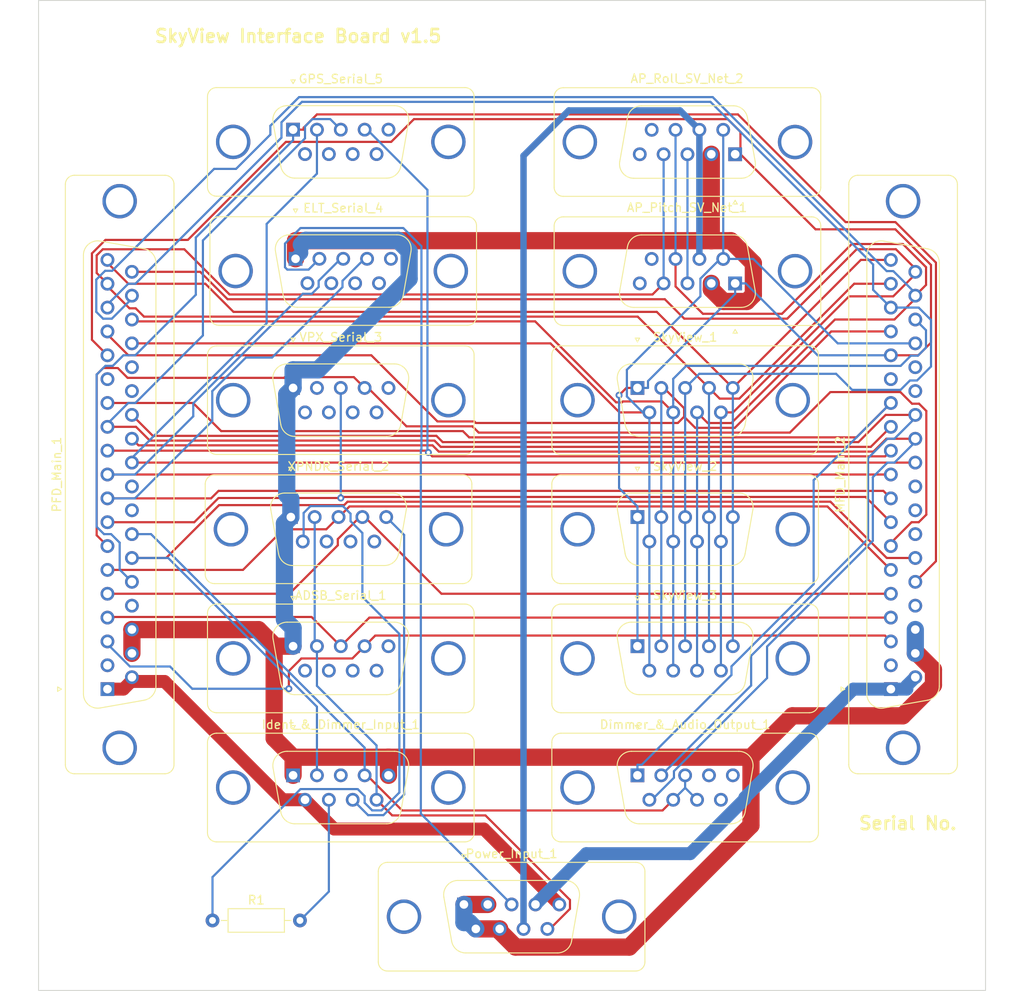
<source format=kicad_pcb>
(kicad_pcb (version 20221018) (generator pcbnew)
  (title_block (title "Skyview Interface Board") (date "2024-02-19") (rev "v1.5"))
  (layers (0 "F.Cu" signal) (31 "B.Cu" signal) (34 "B.Paste" user) (35 "F.Paste" user) (36 "B.SilkS" user "B.Silkscreen") (37 "F.SilkS" user "F.Silkscreen") (38 "B.Mask" user) (39 "F.Mask" user) (44 "Edge.Cuts" user))
  (net 0 "")
  (net 1 "/Dimmer_Signal_Input")
  (net 2 "/AP_Disengage (Unused)")
  (net 3 "/R_Audio_Out_1")
  (net 4 "/L_Audio_Out_1")
  (net 5 "/Audio_Out_GND")
  (net 6 "/ADSB_Serial_1_Rx")
  (net 7 "/ADSB_Serial_1_Tx")
  (net 8 "/XPNDR_Serial_2_Rx")
  (net 9 "/XPNDR_Serial_2_Tx")
  (net 10 "/VPX_Serial_3_Rx")
  (net 11 "/VPX_Serial_3_Tx")
  (net 12 "/ELT_Serial_4_Rx")
  (net 13 "/ELT_Serial_4_Tx")
  (net 14 "/GPS_Power")
  (net 15 "/GPS_Serial_5_Tx")
  (net 16 "/SV_Data_1A")
  (net 17 "/SV_GND_1")
  (net 18 "/SV_GND_2")
  (net 19 "/SV_Data_2B")
  (net 20 "/SV_EMS_Aux")
  (net 21 "/GPS_GND")
  (net 22 "/GPS_Serial_5_Rx")
  (net 23 "/SV_Data_1B")
  (net 24 "/SV_Power_1")
  (net 25 "/SV_Data_2A")
  (net 26 "/SV_Power_2")
  (net 27 "/MFD_12V")
  (net 28 "GND")
  (net 29 "/SV-Net_AP_12V")
  (net 30 "/ELT_12V")
  (net 31 "/Ident_SW_Input")
  (net 32 "/PFD_&_Dim_12V")
  (net 38 "/Dimmer_Output_Signal")
  (net 76 "/GPS_Serial_Input_to_XPNDR_to_R")
  (net 82 "/ADSB_XPNDR_IDENT_12V")
  (net 98 "/GPS_Serial_Input_to_XPNDR_from_R")
  (footprint "Resistor_THT:R_Axial_DIN0207_L6.3mm_D2.5mm_P10.16mm_Horizontal" (layer "F.Cu") (at 132.2201 118.5091)
    (fp_text reference "R1")
    (fp_text value "1.12k")
  )
  (footprint "Connector_Dsub:DSUB-9_Male_Vertical_P2.77x2.84mm_MountingHoles" (layer "F.Cu") (at 161.4241 116.6491)
    (fp_text reference "Power_Input_1")
    (fp_text value "DE9_Plug_MountingHoles")
  )
  (footprint "Connector_Dsub:DSUB-9_Male_Vertical_P2.77x2.84mm_MountingHoles" (layer "F.Cu") (at 192.9321 29.5051 180)
    (fp_text reference "AP_Roll_SV_Net_2")
    (fp_text value "DE9_Plug_MountingHoles")
  )
  (footprint "MountingHole:MountingHole_3.2mm_M3" (layer "F.Cu") (at 217.0181 121.6371)
    (fp_text reference "MountingHole_3" hide)
    (fp_text value "MountingHole_3.2mm_M3")
  )
  (footprint "Connector_Dsub:DSUB-9_Male_Vertical_P2.77x2.84mm_MountingHoles" (layer "F.Cu") (at 141.3211 71.6491)
    (fp_text reference "XPNDR_Serial_2")
    (fp_text value "DE9_Plug_MountingHoles")
  )
  (footprint "MountingHole:MountingHole_3.2mm_M3" (layer "F.Cu") (at 117.0181 16.6371)
    (fp_text reference "MountingHole_1" hide)
    (fp_text value "MountingHole_3.2mm_M3")
  )
  (footprint "Connector_Dsub:DSUB-9_Male_Vertical_P2.77x2.84mm_MountingHoles" (layer "F.Cu") (at 181.582 71.6491)
    (fp_text reference "SkyView_2")
    (fp_text value "DE9_Plug_MountingHoles")
  )
  (footprint "Connector_Dsub:DSUB-9_Male_Vertical_P2.77x2.84mm_MountingHoles" (layer "F.Cu") (at 192.9321 44.5052 180)
    (fp_text reference "AP_Pitch_SV_Net_1")
    (fp_text value "DE9_Plug_MountingHoles")
  )
  (footprint "Connector_Dsub:DSUB-9_Male_Vertical_P2.77x2.84mm_MountingHoles" (layer "F.Cu") (at 181.582 101.6491)
    (fp_text reference "Dimmer_&_Audio_Output_1")
    (fp_text value "DE9_Plug_MountingHoles")
  )
  (footprint "MountingHole:MountingHole_3.2mm_M3" (layer "F.Cu") (at 217.0181 16.6371)
    (fp_text reference "MountingHole_4" hide)
    (fp_text value "MountingHole_3.2mm_M3")
  )
  (footprint "Connector_Dsub:DSUB-37_Male_Vertical_P2.77x2.84mm_MountingHoles" (layer "F.Cu") (at 211.0181 91.6371 90)
    (fp_text reference "MFD_Main_2")
    (fp_text value "DC37_Plug_MountingHoles")
  )
  (footprint "Connector_Dsub:DSUB-37_Male_Vertical_P2.77x2.84mm_MountingHoles" (layer "F.Cu") (at 120.0181 91.6371 90)
    (fp_text reference "PFD_Main_1")
    (fp_text value "DC37_Plug_MountingHoles")
  )
  (footprint "Connector_Dsub:DSUB-9_Male_Vertical_P2.77x2.84mm_MountingHoles" (layer "F.Cu") (at 181.582 86.6491)
    (fp_text reference "SkyView_3")
    (fp_text value "DE9_Plug_MountingHoles")
  )
  (footprint "Connector_Dsub:DSUB-9_Male_Vertical_P2.77x2.84mm_MountingHoles" (layer "F.Cu") (at 141.582 86.6491)
    (fp_text reference "ADSB_Serial_1")
    (fp_text value "DE9_Plug_MountingHoles")
  )
  (footprint "MountingHole:MountingHole_3.2mm_M3" (layer "F.Cu") (at 117.0181 121.6371)
    (fp_text reference "MountingHole_2" hide)
    (fp_text value "MountingHole_3.2mm_M3")
  )
  (footprint "Connector_Dsub:DSUB-9_Male_Vertical_P2.77x2.84mm_MountingHoles" (layer "F.Cu") (at 141.8661 41.6491)
    (fp_text reference "ELT_Serial_4")
    (fp_text value "DE9_Plug_MountingHoles")
  )
  (footprint "Connector_Dsub:DSUB-9_Male_Vertical_P2.77x2.84mm_MountingHoles" (layer "F.Cu") (at 141.582 26.6491)
    (fp_text reference "GPS_Serial_5")
    (fp_text value "DE9_Plug_MountingHoles")
  )
  (footprint "Connector_Dsub:DSUB-9_Male_Vertical_P2.77x2.84mm_MountingHoles" (layer "F.Cu") (at 141.582 101.6491)
    (fp_text reference "Ident_&_Dimmer_Input_1")
    (fp_text value "DE9_Plug_MountingHoles")
  )
  (footprint "Connector_Dsub:DSUB-9_Male_Vertical_P2.77x2.84mm_MountingHoles" (layer "F.Cu") (at 181.582 56.6491)
    (fp_text reference "SkyView_1")
    (fp_text value "DE9_Plug_MountingHoles")
  )
  (footprint "Connector_Dsub:DSUB-9_Male_Vertical_P2.77x2.84mm_MountingHoles" (layer "F.Cu") (at 141.582 56.6491)
    (fp_text reference "VPX_Serial_3")
    (fp_text value "DE9_Plug_MountingHoles")
  )
  (gr_rect (start 112.018095 11.637149) (end 222.018095 126.637149) (stroke (width 0.1)) (fill none) (layer "Edge.Cuts"))
  (gr_text "Serial No." (at 207.150095 108.095149) (layer "F.SilkS") (effects (font (size 1.5 1.5) (thickness 0.3) bold) (justify left bottom)))
  (gr_text "SkyView Interface Board v1.5" (at 125.362095 16.655149) (layer "F.SilkS") (effects (font (size 1.5 1.5) (thickness 0.3) bold) (justify left bottom)))
  (segment (start 147.505 70.2625) (end 147.9027 69.8648) (width 0.25) (layer "F.Cu") (net 1))
  (segment (start 126.8385 76.4021) (end 132.9781 70.2625) (width 0.25) (layer "F.Cu") (net 1))
  (segment (start 147.9027 69.8648) (end 204.0034 69.8648) (width 0.25) (layer "F.Cu") (net 1))
  (segment (start 132.9781 70.2625) (end 147.505 70.2625) (width 0.25) (layer "F.Cu") (net 1))
  (segment (start 122.8581 76.4021) (end 126.8385 76.4021) (width 0.25) (layer "F.Cu") (net 1))
  (segment (start 204.0034 69.8648) (end 210.5407 76.4021) (width 0.25) (layer "F.Cu") (net 1))
  (segment (start 210.5407 76.4021) (end 213.8581 76.4021) (width 0.25) (layer "F.Cu") (net 1))
  (segment (start 144.352 93.6831) (end 144.352 101.6491) (width 0.25) (layer "B.Cu") (net 1))
  (segment (start 122.8581 76.4021) (end 127.071 76.4021) (width 0.25) (layer "B.Cu") (net 1))
  (segment (start 127.071 76.4021) (end 144.352 93.6831) (width 0.25) (layer "B.Cu") (net 1))
  (segment (start 187.3921 44.5052) (end 187.3921 29.5051) (width 0.25) (layer "B.Cu") (net 2))
  (segment (start 207.2547 62.9412) (end 210.4138 59.7821) (width 0.25) (layer "F.Cu") (net 3))
  (segment (start 158.2338 62.215) (end 158.96 62.9412) (width 0.25) (layer "F.Cu") (net 3))
  (segment (start 125.291 62.215) (end 158.2338 62.215) (width 0.25) (layer "F.Cu") (net 3))
  (segment (start 122.8581 59.7821) (end 125.291 62.215) (width 0.25) (layer "F.Cu") (net 3))
  (segment (start 158.96 62.9412) (end 207.2547 62.9412) (width 0.25) (layer "F.Cu") (net 3))
  (segment (start 210.4138 59.7821) (end 213.8581 59.7821) (width 0.25) (layer "F.Cu") (net 3))
  (segment (start 208.3737 74.1786) (end 194.7884 87.7639) (width 0.25) (layer "B.Cu") (net 3))
  (segment (start 211.4321 62.5521) (end 210.6175 62.5521) (width 0.25) (layer "B.Cu") (net 3))
  (segment (start 213.8581 60.1261) (end 211.4321 62.5521) (width 0.25) (layer "B.Cu") (net 3))
  (segment (start 194.7884 91.2127) (end 184.352 101.6491) (width 0.25) (layer "B.Cu") (net 3))
  (segment (start 208.3737 64.7959) (end 208.3737 74.1786) (width 0.25) (layer "B.Cu") (net 3))
  (segment (start 213.8581 59.7821) (end 213.8581 60.1261) (width 0.25) (layer "B.Cu") (net 3))
  (segment (start 194.7884 87.7639) (end 194.7884 91.2127) (width 0.25) (layer "B.Cu") (net 3))
  (segment (start 210.6175 62.5521) (end 208.3737 64.7959) (width 0.25) (layer "B.Cu") (net 3))
  (segment (start 207.0259 62.3893) (end 211.0181 58.3971) (width 0.25) (layer "F.Cu") (net 4))
  (segment (start 129.9617 58.3971) (end 133.2276 61.663) (width 0.25) (layer "F.Cu") (net 4))
  (segment (start 133.2276 61.663) (end 161.3058 61.663) (width 0.25) (layer "F.Cu") (net 4))
  (segment (start 120.0181 58.3971) (end 129.9617 58.3971) (width 0.25) (layer "F.Cu") (net 4))
  (segment (start 161.3058 61.663) (end 162.0321 62.3893) (width 0.25) (layer "F.Cu") (net 4))
  (segment (start 162.0321 62.3893) (end 207.0259 62.3893) (width 0.25) (layer "F.Cu") (net 4))
  (segment (start 202.0489 67.3663) (end 202.0489 79.4478) (width 0.25) (layer "B.Cu") (net 4))
  (segment (start 192.5039 89.9973) (end 182.079 100.4222) (width 0.25) (layer "B.Cu") (net 4))
  (segment (start 192.5039 88.9928) (end 192.5039 89.9973) (width 0.25) (layer "B.Cu") (net 4))
  (segment (start 182.079 100.4222) (end 181.582 100.4222) (width 0.25) (layer "B.Cu") (net 4))
  (segment (start 202.0489 79.4478) (end 192.5039 88.9928) (width 0.25) (layer "B.Cu") (net 4))
  (segment (start 211.0181 58.3971) (end 202.0489 67.3663) (width 0.25) (layer "B.Cu") (net 4))
  (segment (start 181.582 101.6491) (end 181.582 100.4222) (width 0.25) (layer "B.Cu") (net 4))
  (segment (start 210.4889 62.5521) (end 213.8581 62.5521) (width 0.25) (layer "F.Cu") (net 5))
  (segment (start 158.5026 64.045) (end 208.996 64.045) (width 0.25) (layer "F.Cu") (net 5))
  (segment (start 208.996 64.045) (end 210.4889 62.5521) (width 0.25) (layer "F.Cu") (net 5))
  (segment (start 122.8581 62.5521) (end 123.6248 63.3188) (width 0.25) (layer "F.Cu") (net 5))
  (segment (start 123.6248 63.3188) (end 157.7764 63.3188) (width 0.25) (layer "F.Cu") (net 5))
  (segment (start 157.7764 63.3188) (end 158.5026 64.045) (width 0.25) (layer "F.Cu") (net 5))
  (segment (start 208.9256 74.4074) (end 208.9256 67.0158) (width 0.25) (layer "B.Cu") (net 5))
  (segment (start 183.2653 104.4891) (end 185.8221 101.9323) (width 0.25) (layer "B.Cu") (net 5))
  (segment (start 211.446 65.3221) (end 213.8581 62.91) (width 0.25) (layer "B.Cu") (net 5))
  (segment (start 182.967 104.4891) (end 183.2653 104.4891) (width 0.25) (layer "B.Cu") (net 5))
  (segment (start 213.8581 62.91) (end 213.8581 62.5521) (width 0.25) (layer "B.Cu") (net 5))
  (segment (start 185.8221 101.1675) (end 196.6379 90.3517) (width 0.25) (layer "B.Cu") (net 5))
  (segment (start 196.6379 90.3517) (end 196.6379 86.6951) (width 0.25) (layer "B.Cu") (net 5))
  (segment (start 210.6193 65.3221) (end 211.446 65.3221) (width 0.25) (layer "B.Cu") (net 5))
  (segment (start 208.9256 67.0158) (end 210.6193 65.3221) (width 0.25) (layer "B.Cu") (net 5))
  (segment (start 196.6379 86.6951) (end 208.9256 74.4074) (width 0.25) (layer "B.Cu") (net 5))
  (segment (start 185.8221 101.9323) (end 185.8221 101.1675) (width 0.25) (layer "B.Cu") (net 5))
  (segment (start 149.892 86.6491) (end 148.4666 88.0745) (width 0.25) (layer "F.Cu") (net 6))
  (segment (start 148.4666 88.0745) (end 142.5436 88.0745) (width 0.25) (layer "F.Cu") (net 6))
  (segment (start 141.0905 89.5276) (end 141.0905 91.5935) (width 0.25) (layer "F.Cu") (net 6))
  (segment (start 142.5436 88.0745) (end 141.0905 89.5276) (width 0.25) (layer "F.Cu") (net 6))
  (segment (start 211.0181 86.0971) (end 210.3344 85.4134) (width 0.25) (layer "F.Cu") (net 6))
  (segment (start 151.1277 85.4134) (end 149.892 86.6491) (width 0.25) (layer "F.Cu") (net 6))
  (segment (start 210.3344 85.4134) (end 151.1277 85.4134) (width 0.25) (layer "F.Cu") (net 6))
  (via (at 141.0905 91.5935) (size 0.8) (drill 0.4) (layers "F.Cu" "B.Cu") (net 6))
  (segment (start 122.6323 89.0085) (end 127.2839 89.0085) (width 0.25) (layer "B.Cu") (net 6))
  (segment (start 120.0181 86.3943) (end 122.6323 89.0085) (width 0.25) (layer "B.Cu") (net 6))
  (segment (start 120.0181 86.0971) (end 120.0181 86.3943) (width 0.25) (layer "B.Cu") (net 6))
  (segment (start 127.2839 89.0085) (end 129.8689 91.5935) (width 0.25) (layer "B.Cu") (net 6))
  (segment (start 129.8689 91.5935) (end 141.0905 91.5935) (width 0.25) (layer "B.Cu") (net 6))
  (segment (start 147.122 86.6491) (end 143.7293 83.2564) (width 0.25) (layer "F.Cu") (net 7))
  (segment (start 143.7293 83.2564) (end 120.0888 83.2564) (width 0.25) (layer "F.Cu") (net 7))
  (segment (start 211.0181 83.3271) (end 150.444 83.3271) (width 0.25) (layer "F.Cu") (net 7))
  (segment (start 120.0888 83.2564) (end 120.0181 83.3271) (width 0.25) (layer "F.Cu") (net 7))
  (segment (start 150.444 83.3271) (end 147.122 86.6491) (width 0.25) (layer "F.Cu") (net 7))
  (segment (start 146.776 74.9243) (end 146.776 74.206) (width 0.25) (layer "F.Cu") (net 8))
  (segment (start 141.1432 80.5571) (end 146.776 74.9243) (width 0.25) (layer "F.Cu") (net 8))
  (segment (start 149.6311 71.6491) (end 149.9112 71.6491) (width 0.25) (layer "F.Cu") (net 8))
  (segment (start 158.8192 80.5571) (end 211.0181 80.5571) (width 0.25) (layer "F.Cu") (net 8))
  (segment (start 149.9112 71.6491) (end 158.8192 80.5571) (width 0.25) (layer "F.Cu") (net 8))
  (segment (start 146.776 74.206) (end 149.3329 71.6491) (width 0.25) (layer "F.Cu") (net 8))
  (segment (start 120.0181 80.5571) (end 141.1432 80.5571) (width 0.25) (layer "F.Cu") (net 8))
  (segment (start 149.3329 71.6491) (end 149.6311 71.6491) (width 0.25) (layer "F.Cu") (net 8))
  (segment (start 140.4771 73.0692) (end 135.7592 77.7871) (width 0.25) (layer "F.Cu") (net 9))
  (segment (start 203.6477 70.4167) (end 211.0181 77.7871) (width 0.25) (layer "F.Cu") (net 9))
  (segment (start 135.7592 77.7871) (end 120.0181 77.7871) (width 0.25) (layer "F.Cu") (net 9))
  (segment (start 146.8611 71.6491) (end 146.899 71.6491) (width 0.25) (layer "F.Cu") (net 9))
  (segment (start 145.441 73.0692) (end 140.4771 73.0692) (width 0.25) (layer "F.Cu") (net 9))
  (segment (start 146.899 71.6491) (end 148.1314 70.4167) (width 0.25) (layer "F.Cu") (net 9))
  (segment (start 148.1314 70.4167) (end 203.6477 70.4167) (width 0.25) (layer "F.Cu") (net 9))
  (segment (start 146.8611 71.6491) (end 145.441 73.0692) (width 0.25) (layer "F.Cu") (net 9))
  (segment (start 213.4756 58.4822) (end 212.1238 57.1304) (width 0.25) (layer "F.Cu") (net 10))
  (segment (start 122.3598 55.4788) (end 140.5486 55.4788) (width 0.25) (layer "F.Cu") (net 10))
  (segment (start 119.5253 54.3377) (end 121.2187 54.3377) (width 0.25) (layer "F.Cu") (net 10))
  (segment (start 150.2897 56.6491) (end 149.892 56.6491) (width 0.25) (layer "F.Cu") (net 10))
  (segment (start 121.2187 54.3377) (end 122.3598 55.4788) (width 0.25) (layer "F.Cu") (net 10))
  (segment (start 140.6329 55.3945) (end 148.6374 55.3945) (width 0.25) (layer "F.Cu") (net 10))
  (segment (start 214.2933 58.4822) (end 213.4756 58.4822) (width 0.25) (layer "F.Cu") (net 10))
  (segment (start 120.0181 75.0171) (end 118.7641 73.7631) (width 0.25) (layer "F.Cu") (net 10))
  (segment (start 214.2569 72.2471) (end 215.1372 71.3668) (width 0.25) (layer "F.Cu") (net 10))
  (segment (start 154.7503 61.1097) (end 150.2897 56.6491) (width 0.25) (layer "F.Cu") (net 10))
  (segment (start 140.5486 55.4788) (end 140.6329 55.3945) (width 0.25) (layer "F.Cu") (net 10))
  (segment (start 118.7641 73.7631) (end 118.7641 55.0989) (width 0.25) (layer "F.Cu") (net 10))
  (segment (start 148.6374 55.3945) (end 149.892 56.6491) (width 0.25) (layer "F.Cu") (net 10))
  (segment (start 212.1238 57.1304) (end 203.9929 57.1304) (width 0.25) (layer "F.Cu") (net 10))
  (segment (start 211.0181 75.0171) (end 211.0181 74.6593) (width 0.25) (layer "F.Cu") (net 10))
  (segment (start 213.4303 72.2471) (end 214.2569 72.2471) (width 0.25) (layer "F.Cu") (net 10))
  (segment (start 215.1372 59.3261) (end 214.2933 58.4822) (width 0.25) (layer "F.Cu") (net 10))
  (segment (start 215.1372 71.3668) (end 215.1372 59.3261) (width 0.25) (layer "F.Cu") (net 10))
  (segment (start 211.0181 74.6593) (end 213.4303 72.2471) (width 0.25) (layer "F.Cu") (net 10))
  (segment (start 162.4121 61.1097) (end 154.7503 61.1097) (width 0.25) (layer "F.Cu") (net 10))
  (segment (start 118.7641 55.0989) (end 119.5253 54.3377) (width 0.25) (layer "F.Cu") (net 10))
  (segment (start 203.9929 57.1304) (end 199.2859 61.8374) (width 0.25) (layer "F.Cu") (net 10))
  (segment (start 163.1398 61.8374) (end 162.4121 61.1097) (width 0.25) (layer "F.Cu") (net 10))
  (segment (start 199.2859 61.8374) (end 163.1398 61.8374) (width 0.25) (layer "F.Cu") (net 10))
  (segment (start 132.9158 69.4356) (end 130.1043 72.2471) (width 0.25) (layer "F.Cu") (net 11))
  (segment (start 130.1043 72.2471) (end 120.0181 72.2471) (width 0.25) (layer "F.Cu") (net 11))
  (segment (start 147.122 69.4356) (end 132.9158 69.4356) (width 0.25) (layer "F.Cu") (net 11))
  (segment (start 147.2447 69.3129) (end 147.122 69.4356) (width 0.25) (layer "F.Cu") (net 11))
  (segment (start 208.0839 69.3129) (end 147.2447 69.3129) (width 0.25) (layer "F.Cu") (net 11))
  (segment (start 211.0181 72.2471) (end 208.0839 69.3129) (width 0.25) (layer "F.Cu") (net 11))
  (via (at 147.122 69.4356) (size 0.8) (drill 0.4) (layers "F.Cu" "B.Cu") (net 11))
  (segment (start 147.122 56.6491) (end 147.122 69.4356) (width 0.25) (layer "B.Cu") (net 11))
  (segment (start 132.9206 68.6087) (end 132.0522 69.4771) (width 0.25) (layer "F.Cu") (net 12))
  (segment (start 210.1497 68.6087) (end 132.9206 68.6087) (width 0.25) (layer "F.Cu") (net 12))
  (segment (start 132.0522 69.4771) (end 120.0181 69.4771) (width 0.25) (layer "F.Cu") (net 12))
  (segment (start 211.0181 69.4771) (end 210.1497 68.6087) (width 0.25) (layer "F.Cu") (net 12))
  (segment (start 123.2126 69.4771) (end 132.1951 60.4946) (width 0.25) (layer "B.Cu") (net 12))
  (segment (start 149.8779 41.6491) (end 150.1761 41.6491) (width 0.25) (layer "B.Cu") (net 12))
  (segment (start 132.1951 57.0202) (end 136.0935 53.1218) (width 0.25) (layer "B.Cu") (net 12))
  (segment (start 139.139 53.1218) (end 147.321 44.9398) (width 0.25) (layer "B.Cu") (net 12))
  (segment (start 147.321 44.206) (end 149.8779 41.6491) (width 0.25) (layer "B.Cu") (net 12))
  (segment (start 132.1951 60.4946) (end 132.1951 57.0202) (width 0.25) (layer "B.Cu") (net 12))
  (segment (start 136.0935 53.1218) (end 139.139 53.1218) (width 0.25) (layer "B.Cu") (net 12))
  (segment (start 120.0181 69.4771) (end 123.2126 69.4771) (width 0.25) (layer "B.Cu") (net 12))
  (segment (start 147.321 44.9398) (end 147.321 44.206) (width 0.25) (layer "B.Cu") (net 12))
  (segment (start 120.0181 66.7071) (end 211.0181 66.7071) (width 0.25) (layer "F.Cu") (net 13))
  (segment (start 144.551 44.9243) (end 144.551 44.206) (width 0.25) (layer "B.Cu") (net 13))
  (segment (start 129.9862 58.4426) (end 142.7128 45.716) (width 0.25) (layer "B.Cu") (net 13))
  (segment (start 144.551 44.206) (end 147.1079 41.6491) (width 0.25) (layer "B.Cu") (net 13))
  (segment (start 129.9862 59.945) (end 129.9862 58.4426) (width 0.25) (layer "B.Cu") (net 13))
  (segment (start 142.7128 45.716) (end 143.7593 45.716) (width 0.25) (layer "B.Cu") (net 13))
  (segment (start 147.1079 41.6491) (end 147.4061 41.6491) (width 0.25) (layer "B.Cu") (net 13))
  (segment (start 123.2241 66.7071) (end 129.9862 59.945) (width 0.25) (layer "B.Cu") (net 13))
  (segment (start 143.7593 45.716) (end 144.551 44.9243) (width 0.25) (layer "B.Cu") (net 13))
  (segment (start 120.0181 66.7071) (end 123.2241 66.7071) (width 0.25) (layer "B.Cu") (net 13))
  (segment (start 122.8581 65.3221) (end 213.8581 65.3221) (width 0.25) (layer "F.Cu") (net 14))
  (segment (start 122.8581 64.7841) (end 122.8581 65.3221) (width 0.25) (layer "B.Cu") (net 14))
  (segment (start 138.5114 37.6004) (end 138.5114 49.1308) (width 0.25) (layer "B.Cu") (net 14))
  (segment (start 138.5114 49.1308) (end 122.8581 64.7841) (width 0.25) (layer "B.Cu") (net 14))
  (segment (start 144.352 26.6491) (end 144.352 31.7598) (width 0.25) (layer "B.Cu") (net 14))
  (segment (start 144.352 31.7598) (end 138.5114 37.6004) (width 0.25) (layer "B.Cu") (net 14))
  (segment (start 158.7313 63.4931) (end 208.6921 63.4931) (width 0.25) (layer "F.Cu") (net 15))
  (segment (start 124.9353 62.7669) (end 158.0051 62.7669) (width 0.25) (layer "F.Cu") (net 15))
  (segment (start 158.0051 62.7669) (end 158.7313 63.4931) (width 0.25) (layer "F.Cu") (net 15))
  (segment (start 120.0181 61.1671) (end 123.3355 61.1671) (width 0.25) (layer "F.Cu") (net 15))
  (segment (start 123.3355 61.1671) (end 124.9353 62.7669) (width 0.25) (layer "F.Cu") (net 15))
  (segment (start 208.6921 63.4931) (end 211.0181 61.1671) (width 0.25) (layer "F.Cu") (net 15))
  (segment (start 120.0181 60.8093) (end 122.4303 58.3971) (width 0.25) (layer "B.Cu") (net 15))
  (segment (start 123.2569 58.3971) (end 131.1066 50.5474) (width 0.25) (layer "B.Cu") (net 15))
  (segment (start 143.8209 25.4199) (end 145.8928 25.4199) (width 0.25) (layer "B.Cu") (net 15))
  (segment (start 142.967 26.2738) (end 143.8209 25.4199) (width 0.25) (layer "B.Cu") (net 15))
  (segment (start 122.4303 58.3971) (end 123.2569 58.3971) (width 0.25) (layer "B.Cu") (net 15))
  (segment (start 131.1066 50.5474) (end 131.1066 39.5154) (width 0.25) (layer "B.Cu") (net 15))
  (segment (start 142.967 27.655) (end 142.967 26.2738) (width 0.25) (layer "B.Cu") (net 15))
  (segment (start 120.0181 61.1671) (end 120.0181 60.8093) (width 0.25) (layer "B.Cu") (net 15))
  (segment (start 131.1066 39.5154) (end 142.967 27.655) (width 0.25) (layer "B.Cu") (net 15))
  (segment (start 145.8928 25.4199) (end 147.122 26.6491) (width 0.25) (layer "B.Cu") (net 15))
  (segment (start 215.6798 42.3638) (end 215.6798 51.39) (width 0.25) (layer "F.Cu") (net 16))
  (segment (start 118.2157 41.0226) (end 119.7826 39.4557) (width 0.25) (layer "F.Cu") (net 16))
  (segment (start 118.2157 51.0547) (end 118.2157 41.0226) (width 0.25) (layer "F.Cu") (net 16))
  (segment (start 215.6798 51.39) (end 214.2127 52.8571) (width 0.25) (layer "F.Cu") (net 16))
  (segment (start 193.5456 26.9028) (end 193.5456 29.5051) (width 0.25) (layer "F.Cu") (net 16))
  (segment (start 202.2679 38.2274) (end 211.5434 38.2274) (width 0.25) (layer "F.Cu") (net 16))
  (segment (start 119.7826 39.4557) (end 129.3559 39.4557) (width 0.25) (layer "F.Cu") (net 16))
  (segment (start 180.293 56.6491) (end 179.447 57.4951) (width 0.25) (layer "F.Cu") (net 16))
  (segment (start 129.3559 39.4557) (end 140.7425 28.0691) (width 0.25) (layer "F.Cu") (net 16))
  (segment (start 152.9771 28.0691) (end 155.6182 25.428) (width 0.25) (layer "F.Cu") (net 16))
  (segment (start 181.582 56.6491) (end 180.293 56.6491) (width 0.25) (layer "F.Cu") (net 16))
  (segment (start 214.2127 52.8571) (end 211.0181 52.8571) (width 0.25) (layer "F.Cu") (net 16))
  (segment (start 192.0708 25.428) (end 193.5456 26.9028) (width 0.25) (layer "F.Cu") (net 16))
  (segment (start 211.5434 38.2274) (end 215.6798 42.3638) (width 0.25) (layer "F.Cu") (net 16))
  (segment (start 193.5456 29.5051) (end 202.2679 38.2274) (width 0.25) (layer "F.Cu") (net 16))
  (segment (start 120.0181 52.8571) (end 118.2157 51.0547) (width 0.25) (layer "F.Cu") (net 16))
  (segment (start 192.9321 29.5051) (end 193.5456 29.5051) (width 0.25) (layer "F.Cu") (net 16))
  (segment (start 155.6182 25.428) (end 192.0708 25.428) (width 0.25) (layer "F.Cu") (net 16))
  (segment (start 140.7425 28.0691) (end 152.9771 28.0691) (width 0.25) (layer "F.Cu") (net 16))
  (via (at 179.447 57.4951) (size 0.8) (drill 0.4) (layers "F.Cu" "B.Cu") (net 16))
  (segment (start 202.5109 52.8571) (end 194.159 44.5052) (width 0.25) (layer "B.Cu") (net 16))
  (segment (start 192.9321 44.5052) (end 192.9321 45.7321) (width 0.25) (layer "B.Cu") (net 16))
  (segment (start 181.582 71.6491) (end 181.582 70.4222) (width 0.25) (layer "B.Cu") (net 16))
  (segment (start 179.447 68.2872) (end 181.582 70.4222) (width 0.25) (layer "B.Cu") (net 16))
  (segment (start 179.447 57.4951) (end 179.447 68.2872) (width 0.25) (layer "B.Cu") (net 16))
  (segment (start 211.0181 52.8571) (end 202.5109 52.8571) (width 0.25) (layer "B.Cu") (net 16))
  (segment (start 192.9321 44.5052) (end 194.159 44.5052) (width 0.25) (layer "B.Cu") (net 16))
  (segment (start 181.582 56.6491) (end 182.8089 56.6491) (width 0.25) (layer "B.Cu") (net 16))
  (segment (start 192.9321 45.7321) (end 182.8089 55.8553) (width 0.25) (layer "B.Cu") (net 16))
  (segment (start 181.582 86.6491) (end 181.582 71.6491) (width 0.25) (layer "B.Cu") (net 16))
  (segment (start 182.8089 55.8553) (end 182.8089 56.6491) (width 0.25) (layer "B.Cu") (net 16))
  (segment (start 187.0037 59.0043) (end 184.6485 56.6491) (width 0.25) (layer "F.Cu") (net 17))
  (segment (start 162.8036 60.7206) (end 162.6246 60.5416) (width 0.25) (layer "F.Cu") (net 17))
  (segment (start 187.0037 59.993) (end 188.2947 61.284) (width 0.25) (layer "F.Cu") (net 17))
  (segment (start 204.0931 50.0871) (end 211.0181 50.0871) (width 0.25) (layer "F.Cu") (net 17))
  (segment (start 162.6246 60.5416) (end 158.3533 60.5416) (width 0.25) (layer "F.Cu") (net 17))
  (segment (start 158.3533 60.5416) (end 150.6688 52.8571) (width 0.25) (layer "F.Cu") (net 17))
  (segment (start 122.4441 52.8571) (end 120.0181 50.4311) (width 0.25) (layer "F.Cu") (net 17))
  (segment (start 188.2947 61.284) (end 192.8962 61.284) (width 0.25) (layer "F.Cu") (net 17))
  (segment (start 192.8962 61.284) (end 204.0931 50.0871) (width 0.25) (layer "F.Cu") (net 17))
  (segment (start 187.0037 59.993) (end 187.0037 59.0043) (width 0.25) (layer "F.Cu") (net 17))
  (segment (start 184.6485 56.6491) (end 184.352 56.6491) (width 0.25) (layer "F.Cu") (net 17))
  (segment (start 120.0181 50.4311) (end 120.0181 50.0871) (width 0.25) (layer "F.Cu") (net 17))
  (segment (start 186.2761 60.7206) (end 162.8036 60.7206) (width 0.25) (layer "F.Cu") (net 17))
  (segment (start 187.0037 59.993) (end 186.2761 60.7206) (width 0.25) (layer "F.Cu") (net 17))
  (segment (start 150.6688 52.8571) (end 122.4441 52.8571) (width 0.25) (layer "F.Cu") (net 17))
  (segment (start 184.352 86.6491) (end 184.352 71.6491) (width 0.25) (layer "B.Cu") (net 17))
  (segment (start 184.352 56.6491) (end 184.352 71.6491) (width 0.25) (layer "B.Cu") (net 17))
  (segment (start 208.9587 45.2577) (end 211.0181 47.3171) (width 0.25) (layer "B.Cu") (net 18))
  (segment (start 214.0606 55.7852) (end 213.2324 55.7852) (width 0.25) (layer "B.Cu") (net 18))
  (segment (start 140.2323 25.7951) (end 142.609251 23.418149) (width 0.25) (layer "B.Cu") (net 18))
  (segment (start 215.683 54.1628) (end 214.0606 55.7852) (width 0.25) (layer "B.Cu") (net 18))
  (segment (start 120.0181 47.3171) (end 120.0181 46.9593) (width 0.25) (layer "B.Cu") (net 18))
  (segment (start 212.1421 56.8755) (end 206.5222 56.8755) (width 0.25) (layer "B.Cu") (net 18))
  (segment (start 187.122 56.6491) (end 187.122 71.6491) (width 0.25) (layer "B.Cu") (net 18))
  (segment (start 208.9587 42.3122) (end 208.9587 45.2577) (width 0.25) (layer "B.Cu") (net 18))
  (segment (start 213.2324 55.7852) (end 212.1421 56.8755) (width 0.25) (layer "B.Cu") (net 18))
  (segment (start 188.761951 55.009149) (end 187.122 56.6491) (width 0.25) (layer "B.Cu") (net 18))
  (segment (start 123.261 44.5471) (end 140.2323 27.5758) (width 0.25) (layer "B.Cu") (net 18))
  (segment (start 204.655849 55.009149) (end 188.761951 55.009149) (width 0.25) (layer "B.Cu") (net 18))
  (segment (start 190.064649 23.418149) (end 208.9587 42.3122) (width 0.25) (layer "B.Cu") (net 18))
  (segment (start 215.683 48.7537) (end 215.683 54.1628) (width 0.25) (layer "B.Cu") (net 18))
  (segment (start 206.5222 56.8755) (end 204.655849 55.009149) (width 0.25) (layer "B.Cu") (net 18))
  (segment (start 140.2323 27.5758) (end 140.2323 25.7951) (width 0.25) (layer "B.Cu") (net 18))
  (segment (start 214.2464 47.3171) (end 215.683 48.7537) (width 0.25) (layer "B.Cu") (net 18))
  (segment (start 187.122 86.6491) (end 187.122 71.6491) (width 0.25) (layer "B.Cu") (net 18))
  (segment (start 211.0181 47.3171) (end 214.2464 47.3171) (width 0.25) (layer "B.Cu") (net 18))
  (segment (start 120.0181 46.9593) (end 122.4303 44.5471) (width 0.25) (layer "B.Cu") (net 18))
  (segment (start 122.4303 44.5471) (end 123.261 44.5471) (width 0.25) (layer "B.Cu") (net 18))
  (segment (start 142.609251 23.418149) (end 190.064649 23.418149) (width 0.25) (layer "B.Cu") (net 18))
  (segment (start 120.0181 44.5471) (end 120.0181 44.8453) (width 0.25) (layer "F.Cu") (net 19))
  (segment (start 134.2003 45.7954) (end 128.9486 40.5437) (width 0.25) (layer "F.Cu") (net 19))
  (segment (start 184.6221 44.5052) (end 183.3319 45.7954) (width 0.25) (layer "F.Cu") (net 19))
  (segment (start 191.1339 57.891) (end 189.892 56.6491) (width 0.25) (layer "F.Cu") (net 19))
  (segment (start 118.7676 41.2513) (end 118.7676 43.2966) (width 0.25) (layer "F.Cu") (net 19))
  (segment (start 206.7584 44.5471) (end 193.4145 57.891) (width 0.25) (layer "F.Cu") (net 19))
  (segment (start 122.575 47.4022) (end 123.2933 47.4022) (width 0.25) (layer "F.Cu") (net 19))
  (segment (start 181.6098 48.3669) (end 189.892 56.6491) (width 0.25) (layer "F.Cu") (net 19))
  (segment (start 120.0181 44.8453) (end 122.575 47.4022) (width 0.25) (layer "F.Cu") (net 19))
  (segment (start 123.2933 47.4022) (end 124.258 48.3669) (width 0.25) (layer "F.Cu") (net 19))
  (segment (start 193.4145 57.891) (end 191.1339 57.891) (width 0.25) (layer "F.Cu") (net 19))
  (segment (start 119.4752 40.5437) (end 118.7676 41.2513) (width 0.25) (layer "F.Cu") (net 19))
  (segment (start 183.3319 45.7954) (end 134.2003 45.7954) (width 0.25) (layer "F.Cu") (net 19))
  (segment (start 211.0181 44.5471) (end 206.7584 44.5471) (width 0.25) (layer "F.Cu") (net 19))
  (segment (start 124.258 48.3669) (end 181.6098 48.3669) (width 0.25) (layer "F.Cu") (net 19))
  (segment (start 128.9486 40.5437) (end 119.4752 40.5437) (width 0.25) (layer "F.Cu") (net 19))
  (segment (start 118.7676 43.2966) (end 120.0181 44.5471) (width 0.25) (layer "F.Cu") (net 19))
  (segment (start 189.892 56.6491) (end 189.892 71.6491) (width 0.25) (layer "B.Cu") (net 19))
  (segment (start 184.6221 29.5051) (end 184.6221 44.5052) (width 0.25) (layer "B.Cu") (net 19))
  (segment (start 189.892 86.6491) (end 189.892 71.6491) (width 0.25) (layer "B.Cu") (net 19))
  (segment (start 131.3907 44.5471) (end 134.6586 47.815) (width 0.25) (layer "F.Cu") (net 20))
  (segment (start 207.534 41.7771) (end 211.0181 41.7771) (width 0.25) (layer "F.Cu") (net 20))
  (segment (start 183.8279 47.815) (end 192.662 56.6491) (width 0.25) (layer "F.Cu") (net 20))
  (segment (start 120.0181 41.7771) (end 120.0181 42.1211) (width 0.25) (layer "F.Cu") (net 20))
  (segment (start 192.662 56.6491) (end 207.534 41.7771) (width 0.25) (layer "F.Cu") (net 20))
  (segment (start 122.4441 44.5471) (end 131.3907 44.5471) (width 0.25) (layer "F.Cu") (net 20))
  (segment (start 134.6586 47.815) (end 183.8279 47.815) (width 0.25) (layer "F.Cu") (net 20))
  (segment (start 120.0181 42.1211) (end 122.4441 44.5471) (width 0.25) (layer "F.Cu") (net 20))
  (segment (start 192.662 56.6491) (end 192.662 71.6491) (width 0.25) (layer "B.Cu") (net 20))
  (segment (start 192.662 71.6491) (end 192.662 86.6491) (width 0.25) (layer "B.Cu") (net 20))
  (segment (start 205.7589 37.384) (end 211.5431 37.384) (width 0.25) (layer "F.Cu") (net 21))
  (segment (start 216.2582 42.0991) (end 216.2582 76.772) (width 0.25) (layer "F.Cu") (net 21))
  (segment (start 142.8089 26.4191) (end 144.3524 24.8756) (width 0.25) (layer "F.Cu") (net 21))
  (segment (start 211.5431 37.384) (end 216.2582 42.0991) (width 0.25) (layer "F.Cu") (net 21))
  (segment (start 193.2505 24.8756) (end 205.7589 37.384) (width 0.25) (layer "F.Cu") (net 21))
  (segment (start 142.8089 26.6491) (end 142.8089 26.4191) (width 0.25) (layer "F.Cu") (net 21))
  (segment (start 144.3524 24.8756) (end 193.2505 24.8756) (width 0.25) (layer "F.Cu") (net 21))
  (segment (start 141.582 26.6491) (end 142.8089 26.6491) (width 0.25) (layer "F.Cu") (net 21))
  (segment (start 216.2582 76.772) (end 213.8581 79.1721) (width 0.25) (layer "F.Cu") (net 21))
  (segment (start 141.582 26.6491) (end 141.582 27.876) (width 0.25) (layer "B.Cu") (net 21))
  (segment (start 118.7619 55.1011) (end 119.779 54.084) (width 0.25) (layer "B.Cu") (net 21))
  (segment (start 123.2537 52.8571) (end 130.2798 45.831) (width 0.25) (layer "B.Cu") (net 21))
  (segment (start 130.2798 45.831) (end 130.2798 39.1782) (width 0.25) (layer "B.Cu") (net 21))
  (segment (start 119.6193 73.6321) (end 118.7619 72.7747) (width 0.25) (layer "B.Cu") (net 21))
  (segment (start 120.446 73.6321) (end 119.6193 73.6321) (width 0.25) (layer "B.Cu") (net 21))
  (segment (start 118.7619 72.7747) (end 118.7619 55.1011) (width 0.25) (layer "B.Cu") (net 21))
  (segment (start 121.4382 74.6243) (end 120.446 73.6321) (width 0.25) (layer "B.Cu") (net 21))
  (segment (start 120.6439 54.084) (end 121.8708 52.8571) (width 0.25) (layer "B.Cu") (net 21))
  (segment (start 121.4382 77.7522) (end 121.4382 74.6243) (width 0.25) (layer "B.Cu") (net 21))
  (segment (start 122.8581 79.1721) (end 121.4382 77.7522) (width 0.25) (layer "B.Cu") (net 21))
  (segment (start 121.8708 52.8571) (end 123.2537 52.8571) (width 0.25) (layer "B.Cu") (net 21))
  (segment (start 119.779 54.084) (end 120.6439 54.084) (width 0.25) (layer "B.Cu") (net 21))
  (segment (start 130.2798 39.1782) (end 141.582 27.876) (width 0.25) (layer "B.Cu") (net 21))
  (segment (start 157.0861 63.9371) (end 157.2952 64.1462) (width 0.25) (layer "F.Cu") (net 22))
  (segment (start 157.7459 64.5969) (end 210.3583 64.5969) (width 0.25) (layer "F.Cu") (net 22))
  (segment (start 210.3583 64.5969) (end 211.0181 63.9371) (width 0.25) (layer "F.Cu") (net 22))
  (segment (start 120.0181 63.9371) (end 157.0861 63.9371) (width 0.25) (layer "F.Cu") (net 22))
  (segment (start 157.2952 64.1462) (end 157.7459 64.5969) (width 0.25) (layer "F.Cu") (net 22))
  (via (at 157.2952 64.1462) (size 0.8) (drill 0.4) (layers "F.Cu" "B.Cu") (net 22))
  (segment (start 157.1882 33.647) (end 150.1903 26.6491) (width 0.25) (layer "B.Cu") (net 22))
  (segment (start 150.1903 26.6491) (end 149.892 26.6491) (width 0.25) (layer "B.Cu") (net 22))
  (segment (start 157.2952 64.1462) (end 157.1882 64.0392) (width 0.25) (layer "B.Cu") (net 22))
  (segment (start 157.1882 64.0392) (end 157.1882 33.647) (width 0.25) (layer "B.Cu") (net 22))
  (segment (start 179.491 59.4891) (end 182.967 59.4891) (width 0.25) (layer "F.Cu") (net 23))
  (segment (start 122.8581 51.4721) (end 171.474 51.4721) (width 0.25) (layer "F.Cu") (net 23))
  (segment (start 171.474 51.4721) (end 179.491 59.4891) (width 0.25) (layer "F.Cu") (net 23))
  (segment (start 182.967 59.4891) (end 182.2002 59.4891) (width 0.25) (layer "B.Cu") (net 23))
  (segment (start 188.8955 43.9565) (end 191.1868 41.6652) (width 0.25) (layer "B.Cu") (net 23))
  (segment (start 195.04 41.6652) (end 204.8469 51.4721) (width 0.25) (layer "B.Cu") (net 23))
  (segment (start 182.967 89.4891) (end 182.967 74.4891) (width 0.25) (layer "B.Cu") (net 23))
  (segment (start 191.1868 41.6652) (end 191.5471 41.6652) (width 0.25) (layer "B.Cu") (net 23))
  (segment (start 191.5471 41.6652) (end 191.5471 26.6651) (width 0.25) (layer "B.Cu") (net 23))
  (segment (start 180.3541 54.5472) (end 188.8955 46.0058) (width 0.25) (layer "B.Cu") (net 23))
  (segment (start 204.8469 51.4721) (end 213.8581 51.4721) (width 0.25) (layer "B.Cu") (net 23))
  (segment (start 191.5471 41.6652) (end 195.04 41.6652) (width 0.25) (layer "B.Cu") (net 23))
  (segment (start 182.2002 59.4891) (end 180.3541 57.643) (width 0.25) (layer "B.Cu") (net 23))
  (segment (start 188.8955 46.0058) (end 188.8955 43.9565) (width 0.25) (layer "B.Cu") (net 23))
  (segment (start 182.967 74.4891) (end 182.967 59.4891) (width 0.25) (layer "B.Cu") (net 23))
  (segment (start 180.3541 57.643) (end 180.3541 54.5472) (width 0.25) (layer "B.Cu") (net 23))
  (segment (start 179.8946 58.217) (end 184.4649 58.217) (width 0.25) (layer "F.Cu") (net 24))
  (segment (start 179.7896 58.322) (end 179.8946 58.217) (width 0.25) (layer "F.Cu") (net 24))
  (segment (start 122.8581 48.7021) (end 123.0748 48.9188) (width 0.25) (layer "F.Cu") (net 24))
  (segment (start 123.0748 48.9188) (end 169.7013 48.9188) (width 0.25) (layer "F.Cu") (net 24))
  (segment (start 179.1045 58.322) (end 179.7896 58.322) (width 0.25) (layer "F.Cu") (net 24))
  (segment (start 184.4649 58.217) (end 185.737 59.4891) (width 0.25) (layer "F.Cu") (net 24))
  (segment (start 169.7013 48.9188) (end 179.1045 58.322) (width 0.25) (layer "F.Cu") (net 24))
  (segment (start 187.243744 54.0875) (end 185.737 55.594244) (width 0.25) (layer "B.Cu") (net 24))
  (segment (start 213.3422 52.9054) (end 212.1601 54.0875) (width 0.25) (layer "B.Cu") (net 24))
  (segment (start 185.737 55.594244) (end 185.737 59.4891) (width 0.25) (layer "B.Cu") (net 24))
  (segment (start 214.1635 52.9054) (end 213.3422 52.9054) (width 0.25) (layer "B.Cu") (net 24))
  (segment (start 215.0989 49.9429) (end 215.0989 51.97) (width 0.25) (layer "B.Cu") (net 24))
  (segment (start 185.737 74.4891) (end 185.737 89.4891) (width 0.25) (layer "B.Cu") (net 24))
  (segment (start 185.737 59.4891) (end 185.737 74.4891) (width 0.25) (layer "B.Cu") (net 24))
  (segment (start 212.1601 54.0875) (end 187.243744 54.0875) (width 0.25) (layer "B.Cu") (net 24))
  (segment (start 213.8581 48.7021) (end 215.0989 49.9429) (width 0.25) (layer "B.Cu") (net 24))
  (segment (start 215.0989 51.97) (end 214.1635 52.9054) (width 0.25) (layer "B.Cu") (net 24))
  (segment (start 212.4174 39.9329) (end 215.1057 42.6212) (width 0.25) (layer "F.Cu") (net 25))
  (segment (start 198.3762 48.0358) (end 206.4791 39.9329) (width 0.25) (layer "F.Cu") (net 25))
  (segment (start 213.8581 45.9321) (end 213.8581 46.2761) (width 0.25) (layer "F.Cu") (net 25))
  (segment (start 215.1057 44.6845) (end 213.8581 45.9321) (width 0.25) (layer "F.Cu") (net 25))
  (segment (start 192.5007 60.724) (end 189.7419 60.724) (width 0.25) (layer "F.Cu") (net 25))
  (segment (start 186.0071 44.8601) (end 189.1828 48.0358) (width 0.25) (layer "F.Cu") (net 25))
  (segment (start 189.1828 48.0358) (end 198.3762 48.0358) (width 0.25) (layer "F.Cu") (net 25))
  (segment (start 215.1057 42.6212) (end 215.1057 44.6845) (width 0.25) (layer "F.Cu") (net 25))
  (segment (start 206.4791 39.9329) (end 212.4174 39.9329) (width 0.25) (layer "F.Cu") (net 25))
  (segment (start 211.4321 48.7021) (end 204.5226 48.7021) (width 0.25) (layer "F.Cu") (net 25))
  (segment (start 204.5226 48.7021) (end 192.5007 60.724) (width 0.25) (layer "F.Cu") (net 25))
  (segment (start 186.0071 41.6652) (end 186.0071 44.8601) (width 0.25) (layer "F.Cu") (net 25))
  (segment (start 213.8581 46.2761) (end 211.4321 48.7021) (width 0.25) (layer "F.Cu") (net 25))
  (segment (start 189.7419 60.724) (end 188.507 59.4891) (width 0.25) (layer "F.Cu") (net 25))
  (segment (start 188.507 59.4891) (end 188.507 74.4891) (width 0.25) (layer "B.Cu") (net 25))
  (segment (start 213.8581 45.9321) (end 213.8581 45.6338) (width 0.25) (layer "B.Cu") (net 25))
  (segment (start 138.9395 26.2009) (end 138.9395 27.2219) (width 0.25) (layer "B.Cu") (net 25))
  (segment (start 142.272251 22.868149) (end 138.9395 26.2009) (width 0.25) (layer "B.Cu") (net 25))
  (segment (start 118.7207 47.816) (end 119.5103 48.6056) (width 0.25) (layer "B.Cu") (net 25))
  (segment (start 188.507 74.4891) (end 188.507 89.4891) (width 0.25) (layer "B.Cu") (net 25))
  (segment (start 118.7207 44.0683) (end 118.7207 47.816) (width 0.25) (layer "B.Cu") (net 25))
  (segment (start 213.8581 45.6338) (end 211.3013 43.077) (width 0.25) (layer "B.Cu") (net 25))
  (segment (start 119.7452 43.0438) (end 118.7207 44.0683) (width 0.25) (layer "B.Cu") (net 25))
  (segment (start 122.8581 46.2761) (end 122.8581 45.9321) (width 0.25) (layer "B.Cu") (net 25))
  (segment (start 210.5353 43.077) (end 190.326449 22.868149) (width 0.25) (layer "B.Cu") (net 25))
  (segment (start 190.326449 22.868149) (end 142.272251 22.868149) (width 0.25) (layer "B.Cu") (net 25))
  (segment (start 132.4055 31.205) (end 120.5667 43.0438) (width 0.25) (layer "B.Cu") (net 25))
  (segment (start 120.5667 43.0438) (end 119.7452 43.0438) (width 0.25) (layer "B.Cu") (net 25))
  (segment (start 138.9395 27.2219) (end 134.9564 31.205) (width 0.25) (layer "B.Cu") (net 25))
  (segment (start 186.0071 41.6652) (end 186.0071 26.6651) (width 0.25) (layer "B.Cu") (net 25))
  (segment (start 119.5103 48.6056) (end 120.5286 48.6056) (width 0.25) (layer "B.Cu") (net 25))
  (segment (start 120.5286 48.6056) (end 122.8581 46.2761) (width 0.25) (layer "B.Cu") (net 25))
  (segment (start 211.3013 43.077) (end 210.5353 43.077) (width 0.25) (layer "B.Cu") (net 25))
  (segment (start 134.9564 31.205) (end 132.4055 31.205) (width 0.25) (layer "B.Cu") (net 25))
  (segment (start 191.277 59.4891) (end 192.6839 59.4891) (width 0.25) (layer "F.Cu") (net 26))
  (segment (start 211.2954 46.0112) (end 213.8581 43.4485) (width 0.25) (layer "F.Cu") (net 26))
  (segment (start 130.7863 43.1621) (end 133.9715 46.3473) (width 0.25) (layer "F.Cu") (net 26))
  (segment (start 184.7645 46.3473) (end 187.0207 48.6035) (width 0.25) (layer "F.Cu") (net 26))
  (segment (start 122.8581 43.1621) (end 130.7863 43.1621) (width 0.25) (layer "F.Cu") (net 26))
  (segment (start 187.0207 48.6035) (end 198.9828 48.6035) (width 0.25) (layer "F.Cu") (net 26))
  (segment (start 192.6839 59.4891) (end 206.1618 46.0112) (width 0.25) (layer "F.Cu") (net 26))
  (segment (start 198.9828 48.6035) (end 207.0466 40.5397) (width 0.25) (layer "F.Cu") (net 26))
  (segment (start 133.9715 46.3473) (end 184.7645 46.3473) (width 0.25) (layer "F.Cu") (net 26))
  (segment (start 206.1618 46.0112) (end 211.2954 46.0112) (width 0.25) (layer "F.Cu") (net 26))
  (segment (start 207.0466 40.5397) (end 211.6048 40.5397) (width 0.25) (layer "F.Cu") (net 26))
  (segment (start 213.8581 42.793) (end 213.8581 43.1621) (width 0.25) (layer "F.Cu") (net 26))
  (segment (start 211.6048 40.5397) (end 213.8581 42.793) (width 0.25) (layer "F.Cu") (net 26))
  (segment (start 213.8581 43.4485) (end 213.8581 43.1621) (width 0.25) (layer "F.Cu") (net 26))
  (segment (start 191.277 74.4891) (end 191.277 89.4891) (width 0.25) (layer "B.Cu") (net 26))
  (segment (start 191.277 59.4891) (end 191.277 74.4891) (width 0.25) (layer "B.Cu") (net 26))
  (segment (start 211.0181 91.6371) (end 212.87 91.6371) (width 1.5) (layer "B.Cu") (net 27))
  (segment (start 194.0592 104.2329) (end 194.0592 104.3991) (width 1.5) (layer "B.Cu") (net 27))
  (segment (start 213.8581 90.2521) (end 212.87 91.2402) (width 1.5) (layer "B.Cu") (net 27))
  (segment (start 187.7093 110.749) (end 175.6342 110.749) (width 1.5) (layer "B.Cu") (net 27))
  (segment (start 211.0181 91.6371) (end 206.655 91.6371) (width 1.5) (layer "B.Cu") (net 27))
  (segment (start 175.6342 110.749) (end 169.7341 116.6491) (width 1.5) (layer "B.Cu") (net 27))
  (segment (start 194.0592 104.3991) (end 187.7093 110.749) (width 1.5) (layer "B.Cu") (net 27))
  (segment (start 212.87 91.2402) (end 212.87 91.6371) (width 1.5) (layer "B.Cu") (net 27))
  (segment (start 206.655 91.6371) (end 194.0592 104.2329) (width 1.5) (layer "B.Cu") (net 27))
  (segment (start 167.4242 121.6026) (end 165.5791 119.7575) (width 2) (layer "F.Cu") (net 28))
  (segment (start 194.2865 46.6071) (end 195.045 45.8486) (width 2) (layer "F.Cu") (net 28))
  (segment (start 122.8581 84.7252) (end 122.8581 84.7121) (width 2) (layer "F.Cu") (net 28))
  (segment (start 212.3961 94.736) (end 215.9675 91.1646) (width 2) (layer "F.Cu") (net 28))
  (segment (start 194.7691 99.5472) (end 199.5803 94.736) (width 2) (layer "F.Cu") (net 28))
  (segment (start 190.1621 39.5472) (end 141.8661 39.5472) (width 2) (layer "F.Cu") (net 28))
  (segment (start 137.5562 84.7252) (end 139.4801 86.6491) (width 2) (layer "F.Cu") (net 28))
  (segment (start 141.582 99.5472) (end 139.3827 97.3479) (width 2) (layer "F.Cu") (net 28))
  (segment (start 190.1621 44.5052) (end 190.1621 45.1943) (width 2) (layer "F.Cu") (net 28))
  (segment (start 152.662 99.5472) (end 141.582 99.5472) (width 2) (layer "F.Cu") (net 28))
  (segment (start 194.7691 99.5472) (end 194.7691 107.4651) (width 2) (layer "F.Cu") (net 28))
  (segment (start 215.9675 91.1646) (end 215.9675 89.3713) (width 2) (layer "F.Cu") (net 28))
  (segment (start 180.6316 121.6026) (end 167.4242 121.6026) (width 2) (layer "F.Cu") (net 28))
  (segment (start 152.662 99.5472) (end 194.7691 99.5472) (width 2) (layer "F.Cu") (net 28))
  (segment (start 122.8581 87.4821) (end 122.8581 84.7252) (width 2) (layer "F.Cu") (net 28))
  (segment (start 190.1621 39.5472) (end 190.1621 29.5051) (width 2) (layer "F.Cu") (net 28))
  (segment (start 215.9675 89.3713) (end 214.0783 87.4821) (width 2) (layer "F.Cu") (net 28))
  (segment (start 191.5749 46.6071) (end 194.2865 46.6071) (width 2) (layer "F.Cu") (net 28))
  (segment (start 165.5791 119.7575) (end 165.5791 119.4891) (width 2) (layer "F.Cu") (net 28))
  (segment (start 141.8661 41.6491) (end 141.8661 39.5472) (width 2) (layer "F.Cu") (net 28))
  (segment (start 122.8581 84.7252) (end 137.5562 84.7252) (width 2) (layer "F.Cu") (net 28))
  (segment (start 165.5791 119.4891) (end 162.8091 119.4891) (width 2) (layer "F.Cu") (net 28))
  (segment (start 164.1941 116.6491) (end 161.4241 116.6491) (width 2) (layer "F.Cu") (net 28))
  (segment (start 194.7691 107.4651) (end 180.6316 121.6026) (width 2) (layer "F.Cu") (net 28))
  (segment (start 139.3827 86.7465) (end 139.4801 86.6491) (width 2) (layer "F.Cu") (net 28))
  (segment (start 152.662 101.6491) (end 152.662 99.5472) (width 2) (layer "F.Cu") (net 28))
  (segment (start 139.3827 97.3479) (end 139.3827 86.7465) (width 2) (layer "F.Cu") (net 28))
  (segment (start 195.045 45.8486) (end 195.045 42.1646) (width 2) (layer "F.Cu") (net 28))
  (segment (start 199.5803 94.736) (end 212.3961 94.736) (width 2) (layer "F.Cu") (net 28))
  (segment (start 190.1621 45.1943) (end 191.5749 46.6071) (width 2) (layer "F.Cu") (net 28))
  (segment (start 195.045 42.1646) (end 192.4276 39.5472) (width 2) (layer "F.Cu") (net 28))
  (segment (start 141.582 101.6491) (end 141.582 99.5472) (width 2) (layer "F.Cu") (net 28))
  (segment (start 214.0783 87.4821) (end 213.8581 87.4821) (width 2) (layer "F.Cu") (net 28))
  (segment (start 141.582 86.6491) (end 139.4801 86.6491) (width 2) (layer "F.Cu") (net 28))
  (segment (start 192.4276 39.5472) (end 190.1621 39.5472) (width 2) (layer "F.Cu") (net 28))
  (segment (start 213.8581 84.7121) (end 213.8581 87.4821) (width 2) (layer "B.Cu") (net 28))
  (segment (start 141.582 56.6491) (end 141.582 54.5472) (width 2) (layer "B.Cu") (net 28))
  (segment (start 155.0592 43.9694) (end 144.4814 54.5472) (width 2) (layer "B.Cu") (net 28))
  (segment (start 142.5357 40.0143) (end 142.5357 40.9795) (width 1.5998) (layer "B.Cu") (net 28))
  (segment (start 140.5777 72.3925) (end 141.3211 71.6491) (width 2) (layer "B.Cu") (net 28))
  (segment (start 141.582 86.6491) (end 141.582 84.5472) (width 2) (layer "B.Cu") (net 28))
  (segment (start 142.5357 40.9795) (end 141.8661 41.6491) (width 1.5998) (layer "B.Cu") (net 28))
  (segment (start 162.071 118.751) (end 162.8091 119.4891) (width 2) (layer "B.Cu") (net 28))
  (segment (start 161.4241 116.6491) (end 161.4241 118.751) (width 2) (layer "B.Cu") (net 28))
  (segment (start 153.7916 39.5059) (end 155.0592 40.7735) (width 2) (layer "B.Cu") (net 28))
  (segment (start 141.582 84.5472) (end 140.5777 83.5429) (width 2) (layer "B.Cu") (net 28))
  (segment (start 140.8424 57.3887) (end 141.582 56.6491) (width 2) (layer "B.Cu") (net 28))
  (segment (start 155.0592 40.7735) (end 155.0592 43.9694) (width 2) (layer "B.Cu") (net 28))
  (segment (start 142.5357 40.0143) (end 143.0441 39.5059) (width 2) (layer "B.Cu") (net 28))
  (segment (start 140.8424 69.0685) (end 140.8424 57.3887) (width 2) (layer "B.Cu") (net 28))
  (segment (start 161.4241 118.751) (end 162.071 118.751) (width 2) (layer "B.Cu") (net 28))
  (segment (start 144.4814 54.5472) (end 141.582 54.5472) (width 2) (layer "B.Cu") (net 28))
  (segment (start 143.0441 39.5059) (end 153.7916 39.5059) (width 2) (layer "B.Cu") (net 28))
  (segment (start 140.5777 83.5429) (end 140.5777 72.3925) (width 2) (layer "B.Cu") (net 28))
  (segment (start 141.3211 69.5472) (end 140.8424 69.0685) (width 2) (layer "B.Cu") (net 28))
  (segment (start 141.3211 71.6491) (end 141.3211 69.5472) (width 2) (layer "B.Cu") (net 28))
  (segment (start 168.3491 29.678352) (end 173.609303 24.418149) (width 0.75) (layer "B.Cu") (net 29))
  (segment (start 168.3491 119.4891) (end 168.3491 29.678352) (width 0.75) (layer "B.Cu") (net 29))
  (segment (start 186.530149 24.418149) (end 188.7771 26.6651) (width 0.75) (layer "B.Cu") (net 29))
  (segment (start 173.609303 24.418149) (end 186.530149 24.418149) (width 0.75) (layer "B.Cu") (net 29))
  (segment (start 188.7771 26.6651) (end 188.7771 41.6652) (width 0.75) (layer "B.Cu") (net 29))
  (segment (start 156.4199 63.8519) (end 156.4909 63.7809) (width 0.25) (layer "B.Cu") (net 30))
  (segment (start 143.3769 42.9083) (end 144.6361 41.6491) (width 0.25) (layer "B.Cu") (net 30))
  (segment (start 154.3772 38.0735) (end 142.4462 38.0735) (width 0.25) (layer "B.Cu") (net 30))
  (segment (start 156.4909 63.7809) (end 156.4909 40.1872) (width 0.25) (layer "B.Cu") (net 30))
  (segment (start 140.6392 42.6318) (end 140.9157 42.9083) (width 0.25) (layer "B.Cu") (net 30))
  (segment (start 142.4462 38.0735) (end 140.6392 39.8805) (width 0.25) (layer "B.Cu") (net 30))
  (segment (start 140.6392 39.8805) (end 140.6392 42.6318) (width 0.25) (layer "B.Cu") (net 30))
  (segment (start 166.9641 116.6491) (end 156.4199 106.1049) (width 0.25) (layer "B.Cu") (net 30))
  (segment (start 140.9157 42.9083) (end 143.3769 42.9083) (width 0.25) (layer "B.Cu") (net 30))
  (segment (start 156.4199 106.1049) (end 156.4199 63.8519) (width 0.25) (layer "B.Cu") (net 30))
  (segment (start 156.4909 40.1872) (end 154.3772 38.0735) (width 0.25) (layer "B.Cu") (net 30))
  (segment (start 154.4794 103.873) (end 154.4794 73.7274) (width 0.25) (layer "B.Cu") (net 31))
  (segment (start 148.507 104.4891) (end 150.2938 106.2759) (width 0.25) (layer "B.Cu") (net 31))
  (segment (start 152.0765 106.2759) (end 154.4794 103.873) (width 0.25) (layer "B.Cu") (net 31))
  (segment (start 154.4794 73.7274) (end 152.4011 71.6491) (width 0.25) (layer "B.Cu") (net 31))
  (segment (start 150.2938 106.2759) (end 152.0765 106.2759) (width 0.25) (layer "B.Cu") (net 31))
  (segment (start 121.87 91.6371) (end 122.761 90.7461) (width 1.5) (layer "F.Cu") (net 32))
  (segment (start 122.761 90.7461) (end 122.8581 90.7461) (width 1.5) (layer "F.Cu") (net 32))
  (segment (start 126.6489 90.7461) (end 140.3919 104.4891) (width 1.5) (layer "F.Cu") (net 32))
  (segment (start 163.7451 107.8901) (end 172.5041 116.6491) (width 1.5) (layer "F.Cu") (net 32))
  (segment (start 146.368 107.8901) (end 163.7451 107.8901) (width 1.5) (layer "F.Cu") (net 32))
  (segment (start 142.967 104.4891) (end 146.368 107.8901) (width 1.5) (layer "F.Cu") (net 32))
  (segment (start 140.3919 104.4891) (end 142.967 104.4891) (width 1.5) (layer "F.Cu") (net 32))
  (segment (start 122.8581 90.7461) (end 126.6489 90.7461) (width 1.5) (layer "F.Cu") (net 32))
  (segment (start 120.0181 91.6371) (end 121.87 91.6371) (width 1.5) (layer "F.Cu") (net 32))
  (segment (start 122.8581 90.2521) (end 122.8581 90.7461) (width 1.5) (layer "F.Cu") (net 32))
  (segment (start 154.2537 105.7307) (end 184.4954 105.7307) (width 0.25) (layer "F.Cu") (net 38))
  (segment (start 150.1721 101.6491) (end 154.2537 105.7307) (width 0.25) (layer "F.Cu") (net 38))
  (segment (start 149.892 101.6491) (end 150.1721 101.6491) (width 0.25) (layer "F.Cu") (net 38))
  (segment (start 184.4954 105.7307) (end 185.737 104.4891) (width 0.25) (layer "F.Cu") (net 38))
  (segment (start 149.892 98.4421) (end 149.892 101.6491) (width 0.25) (layer "B.Cu") (net 38))
  (segment (start 125.082 73.6321) (end 149.892 98.4421) (width 0.25) (layer "B.Cu") (net 38))
  (segment (start 122.8581 73.6321) (end 125.082 73.6321) (width 0.25) (layer "B.Cu") (net 38))
  (segment (start 188.507 104.4891) (end 187.122 103.1041) (width 0.25) (layer "B.Cu") (net 38))
  (segment (start 185.737 104.4891) (end 187.122 103.1041) (width 0.25) (layer "B.Cu") (net 38))
  (segment (start 187.122 103.1041) (end 187.122 101.6491) (width 0.25) (layer "B.Cu") (net 38))
  (segment (start 145.737 115.152244) (end 142.380144 118.5091) (width 0.25) (layer "B.Cu") (net 76))
  (segment (start 142.380144 118.5091) (end 142.3801 118.5091) (width 0.25) (layer "B.Cu") (net 76))
  (segment (start 145.737 104.4891) (end 145.737 115.152244) (width 0.25) (layer "B.Cu") (net 76))
  (segment (start 173.7436 117.1611) (end 171.4156 119.4891) (width 0.25) (layer "F.Cu") (net 82))
  (segment (start 171.4156 119.4891) (end 171.1191 119.4891) (width 0.25) (layer "F.Cu") (net 82))
  (segment (start 153.0939 106.306) (end 163.9264 106.306) (width 0.25) (layer "F.Cu") (net 82))
  (segment (start 173.7436 116.1232) (end 173.7436 117.1611) (width 0.25) (layer "F.Cu") (net 82))
  (segment (start 163.9264 106.306) (end 173.7436 116.1232) (width 0.25) (layer "F.Cu") (net 82))
  (segment (start 151.277 104.4891) (end 153.0939 106.306) (width 0.25) (layer "F.Cu") (net 82))
  (segment (start 144.352 91.2558) (end 144.352 86.6491) (width 0.25) (layer "B.Cu") (net 82))
  (segment (start 144.0911 86.3882) (end 144.352 86.6491) (width 0.25) (layer "B.Cu") (net 82))
  (segment (start 144.0911 71.6491) (end 144.0911 86.3882) (width 0.25) (layer "B.Cu") (net 82))
  (segment (start 151.277 98.1808) (end 144.352 91.2558) (width 0.25) (layer "B.Cu") (net 82))
  (segment (start 151.277 104.4891) (end 151.277 98.1808) (width 0.25) (layer "B.Cu") (net 82))
  (segment (start 148.2564 71.2622) (end 148.2564 72.127) (width 0.25) (layer "B.Cu") (net 98))
  (segment (start 143.6019 70.3785) (end 147.3727 70.3785) (width 0.25) (layer "B.Cu") (net 98))
  (segment (start 142.8061 74.3891) (end 142.8061 71.1743) (width 0.25) (layer "B.Cu") (net 98))
  (segment (start 149.892 104.0525) (end 149.0863 103.2468) (width 0.25) (layer "B.Cu") (net 98))
  (segment (start 142.7061 74.4891) (end 142.8061 74.3891) (width 0.25) (layer "B.Cu") (net 98))
  (segment (start 142.4439 103.2468) (end 132.2201 113.4706) (width 0.25) (layer "B.Cu") (net 98))
  (segment (start 148.2564 72.127) (end 149.6311 73.5017) (width 0.25) (layer "B.Cu") (net 98))
  (segment (start 132.2201 113.4706) (end 132.2201 118.5091) (width 0.25) (layer "B.Cu") (net 98))
  (segment (start 147.3727 70.3785) (end 148.2564 71.2622) (width 0.25) (layer "B.Cu") (net 98))
  (segment (start 149.892 104.8413) (end 149.892 104.0525) (width 0.25) (layer "B.Cu") (net 98))
  (segment (start 149.6311 73.5017) (end 149.6311 80.9289) (width 0.25) (layer "B.Cu") (net 98))
  (segment (start 149.6311 80.9289) (end 153.9275 85.2253) (width 0.25) (layer "B.Cu") (net 98))
  (segment (start 149.0863 103.2468) (end 142.4439 103.2468) (width 0.25) (layer "B.Cu") (net 98))
  (segment (start 150.7747 105.724) (end 149.892 104.8413) (width 0.25) (layer "B.Cu") (net 98))
  (segment (start 151.8478 105.724) (end 150.7747 105.724) (width 0.25) (layer "B.Cu") (net 98))
  (segment (start 142.8061 71.1743) (end 143.6019 70.3785) (width 0.25) (layer "B.Cu") (net 98))
  (segment (start 153.9275 85.2253) (end 153.9275 103.6443) (width 0.25) (layer "B.Cu") (net 98))
  (segment (start 153.9275 103.6443) (end 151.8478 105.724) (width 0.25) (layer "B.Cu") (net 98))
)
</source>
